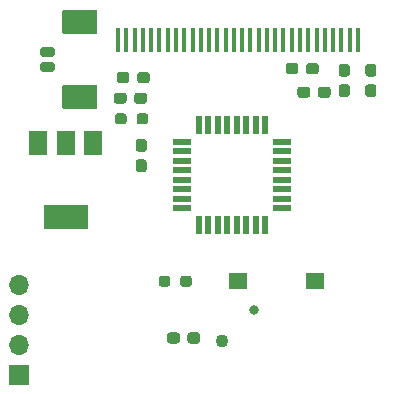
<source format=gbs>
G04 #@! TF.GenerationSoftware,KiCad,Pcbnew,5.1.10-88a1d61d58~90~ubuntu20.04.1*
G04 #@! TF.CreationDate,2021-11-23T17:14:05+00:00*
G04 #@! TF.ProjectId,sketch_v2,736b6574-6368-45f7-9632-2e6b69636164,rev?*
G04 #@! TF.SameCoordinates,Original*
G04 #@! TF.FileFunction,Soldermask,Bot*
G04 #@! TF.FilePolarity,Negative*
%FSLAX46Y46*%
G04 Gerber Fmt 4.6, Leading zero omitted, Abs format (unit mm)*
G04 Created by KiCad (PCBNEW 5.1.10-88a1d61d58~90~ubuntu20.04.1) date 2021-11-23 17:14:05*
%MOMM*%
%LPD*%
G01*
G04 APERTURE LIST*
%ADD10R,0.350000X2.000000*%
%ADD11O,1.700000X1.700000*%
%ADD12R,1.700000X1.700000*%
%ADD13R,1.600000X0.550000*%
%ADD14R,0.550000X1.600000*%
%ADD15R,1.500000X1.400000*%
%ADD16R,1.500000X2.000000*%
%ADD17R,3.800000X2.000000*%
%ADD18C,1.100000*%
%ADD19C,0.800000*%
G04 APERTURE END LIST*
G36*
G01*
X97349999Y-72850000D02*
X99850001Y-72850000D01*
G75*
G02*
X100100000Y-73099999I0J-249999D01*
G01*
X100100000Y-74700001D01*
G75*
G02*
X99850001Y-74950000I-249999J0D01*
G01*
X97349999Y-74950000D01*
G75*
G02*
X97100000Y-74700001I0J249999D01*
G01*
X97100000Y-73099999D01*
G75*
G02*
X97349999Y-72850000I249999J0D01*
G01*
G37*
G36*
G01*
X97349999Y-66500000D02*
X99850001Y-66500000D01*
G75*
G02*
X100100000Y-66749999I0J-249999D01*
G01*
X100100000Y-68350001D01*
G75*
G02*
X99850001Y-68600000I-249999J0D01*
G01*
X97349999Y-68600000D01*
G75*
G02*
X97100000Y-68350001I0J249999D01*
G01*
X97100000Y-66749999D01*
G75*
G02*
X97349999Y-66500000I249999J0D01*
G01*
G37*
G36*
G01*
X95400000Y-70950000D02*
X96300000Y-70950000D01*
G75*
G02*
X96500000Y-71150000I0J-200000D01*
G01*
X96500000Y-71550000D01*
G75*
G02*
X96300000Y-71750000I-200000J0D01*
G01*
X95400000Y-71750000D01*
G75*
G02*
X95200000Y-71550000I0J200000D01*
G01*
X95200000Y-71150000D01*
G75*
G02*
X95400000Y-70950000I200000J0D01*
G01*
G37*
G36*
G01*
X95400000Y-69700000D02*
X96300000Y-69700000D01*
G75*
G02*
X96500000Y-69900000I0J-200000D01*
G01*
X96500000Y-70300000D01*
G75*
G02*
X96300000Y-70500000I-200000J0D01*
G01*
X95400000Y-70500000D01*
G75*
G02*
X95200000Y-70300000I0J200000D01*
G01*
X95200000Y-69900000D01*
G75*
G02*
X95400000Y-69700000I200000J0D01*
G01*
G37*
G36*
G01*
X102575000Y-75512500D02*
X102575000Y-75987500D01*
G75*
G02*
X102337500Y-76225000I-237500J0D01*
G01*
X101837500Y-76225000D01*
G75*
G02*
X101600000Y-75987500I0J237500D01*
G01*
X101600000Y-75512500D01*
G75*
G02*
X101837500Y-75275000I237500J0D01*
G01*
X102337500Y-75275000D01*
G75*
G02*
X102575000Y-75512500I0J-237500D01*
G01*
G37*
G36*
G01*
X104400000Y-75512500D02*
X104400000Y-75987500D01*
G75*
G02*
X104162500Y-76225000I-237500J0D01*
G01*
X103662500Y-76225000D01*
G75*
G02*
X103425000Y-75987500I0J237500D01*
G01*
X103425000Y-75512500D01*
G75*
G02*
X103662500Y-75275000I237500J0D01*
G01*
X104162500Y-75275000D01*
G75*
G02*
X104400000Y-75512500I0J-237500D01*
G01*
G37*
D10*
X101850000Y-69100000D03*
X102550000Y-69100000D03*
X103250000Y-69100000D03*
X103950000Y-69100000D03*
X104650000Y-69100000D03*
X105350000Y-69100000D03*
X106050000Y-69100000D03*
X106750000Y-69100000D03*
X107450000Y-69100000D03*
X108150000Y-69100000D03*
X108850000Y-69100000D03*
X109550000Y-69100000D03*
X110250000Y-69100000D03*
X110950000Y-69100000D03*
X111650000Y-69100000D03*
X112350000Y-69100000D03*
X113050000Y-69100000D03*
X113750000Y-69100000D03*
X114450000Y-69100000D03*
X115150000Y-69100000D03*
X115850000Y-69100000D03*
X116550000Y-69100000D03*
X117250000Y-69100000D03*
X117950000Y-69100000D03*
X118650000Y-69100000D03*
X119350000Y-69100000D03*
X120050000Y-69100000D03*
X120750000Y-69100000D03*
X121450000Y-69100000D03*
X122150000Y-69100000D03*
D11*
X93500000Y-89780000D03*
X93500000Y-92320000D03*
X93500000Y-94860000D03*
D12*
X93500000Y-97400000D03*
G36*
G01*
X121237500Y-72175000D02*
X120762500Y-72175000D01*
G75*
G02*
X120525000Y-71937500I0J237500D01*
G01*
X120525000Y-71337500D01*
G75*
G02*
X120762500Y-71100000I237500J0D01*
G01*
X121237500Y-71100000D01*
G75*
G02*
X121475000Y-71337500I0J-237500D01*
G01*
X121475000Y-71937500D01*
G75*
G02*
X121237500Y-72175000I-237500J0D01*
G01*
G37*
G36*
G01*
X121237500Y-73900000D02*
X120762500Y-73900000D01*
G75*
G02*
X120525000Y-73662500I0J237500D01*
G01*
X120525000Y-73062500D01*
G75*
G02*
X120762500Y-72825000I237500J0D01*
G01*
X121237500Y-72825000D01*
G75*
G02*
X121475000Y-73062500I0J-237500D01*
G01*
X121475000Y-73662500D01*
G75*
G02*
X121237500Y-73900000I-237500J0D01*
G01*
G37*
G36*
G01*
X123012500Y-72825000D02*
X123487500Y-72825000D01*
G75*
G02*
X123725000Y-73062500I0J-237500D01*
G01*
X123725000Y-73662500D01*
G75*
G02*
X123487500Y-73900000I-237500J0D01*
G01*
X123012500Y-73900000D01*
G75*
G02*
X122775000Y-73662500I0J237500D01*
G01*
X122775000Y-73062500D01*
G75*
G02*
X123012500Y-72825000I237500J0D01*
G01*
G37*
G36*
G01*
X123012500Y-71100000D02*
X123487500Y-71100000D01*
G75*
G02*
X123725000Y-71337500I0J-237500D01*
G01*
X123725000Y-71937500D01*
G75*
G02*
X123487500Y-72175000I-237500J0D01*
G01*
X123012500Y-72175000D01*
G75*
G02*
X122775000Y-71937500I0J237500D01*
G01*
X122775000Y-71337500D01*
G75*
G02*
X123012500Y-71100000I237500J0D01*
G01*
G37*
G36*
G01*
X102812500Y-72012500D02*
X102812500Y-72487500D01*
G75*
G02*
X102575000Y-72725000I-237500J0D01*
G01*
X101975000Y-72725000D01*
G75*
G02*
X101737500Y-72487500I0J237500D01*
G01*
X101737500Y-72012500D01*
G75*
G02*
X101975000Y-71775000I237500J0D01*
G01*
X102575000Y-71775000D01*
G75*
G02*
X102812500Y-72012500I0J-237500D01*
G01*
G37*
G36*
G01*
X104537500Y-72012500D02*
X104537500Y-72487500D01*
G75*
G02*
X104300000Y-72725000I-237500J0D01*
G01*
X103700000Y-72725000D01*
G75*
G02*
X103462500Y-72487500I0J237500D01*
G01*
X103462500Y-72012500D01*
G75*
G02*
X103700000Y-71775000I237500J0D01*
G01*
X104300000Y-71775000D01*
G75*
G02*
X104537500Y-72012500I0J-237500D01*
G01*
G37*
G36*
G01*
X102562500Y-73762500D02*
X102562500Y-74237500D01*
G75*
G02*
X102325000Y-74475000I-237500J0D01*
G01*
X101725000Y-74475000D01*
G75*
G02*
X101487500Y-74237500I0J237500D01*
G01*
X101487500Y-73762500D01*
G75*
G02*
X101725000Y-73525000I237500J0D01*
G01*
X102325000Y-73525000D01*
G75*
G02*
X102562500Y-73762500I0J-237500D01*
G01*
G37*
G36*
G01*
X104287500Y-73762500D02*
X104287500Y-74237500D01*
G75*
G02*
X104050000Y-74475000I-237500J0D01*
G01*
X103450000Y-74475000D01*
G75*
G02*
X103212500Y-74237500I0J237500D01*
G01*
X103212500Y-73762500D01*
G75*
G02*
X103450000Y-73525000I237500J0D01*
G01*
X104050000Y-73525000D01*
G75*
G02*
X104287500Y-73762500I0J-237500D01*
G01*
G37*
G36*
G01*
X117762500Y-71737500D02*
X117762500Y-71262500D01*
G75*
G02*
X118000000Y-71025000I237500J0D01*
G01*
X118600000Y-71025000D01*
G75*
G02*
X118837500Y-71262500I0J-237500D01*
G01*
X118837500Y-71737500D01*
G75*
G02*
X118600000Y-71975000I-237500J0D01*
G01*
X118000000Y-71975000D01*
G75*
G02*
X117762500Y-71737500I0J237500D01*
G01*
G37*
G36*
G01*
X116037500Y-71737500D02*
X116037500Y-71262500D01*
G75*
G02*
X116275000Y-71025000I237500J0D01*
G01*
X116875000Y-71025000D01*
G75*
G02*
X117112500Y-71262500I0J-237500D01*
G01*
X117112500Y-71737500D01*
G75*
G02*
X116875000Y-71975000I-237500J0D01*
G01*
X116275000Y-71975000D01*
G75*
G02*
X116037500Y-71737500I0J237500D01*
G01*
G37*
G36*
G01*
X118112500Y-73262500D02*
X118112500Y-73737500D01*
G75*
G02*
X117875000Y-73975000I-237500J0D01*
G01*
X117275000Y-73975000D01*
G75*
G02*
X117037500Y-73737500I0J237500D01*
G01*
X117037500Y-73262500D01*
G75*
G02*
X117275000Y-73025000I237500J0D01*
G01*
X117875000Y-73025000D01*
G75*
G02*
X118112500Y-73262500I0J-237500D01*
G01*
G37*
G36*
G01*
X119837500Y-73262500D02*
X119837500Y-73737500D01*
G75*
G02*
X119600000Y-73975000I-237500J0D01*
G01*
X119000000Y-73975000D01*
G75*
G02*
X118762500Y-73737500I0J237500D01*
G01*
X118762500Y-73262500D01*
G75*
G02*
X119000000Y-73025000I237500J0D01*
G01*
X119600000Y-73025000D01*
G75*
G02*
X119837500Y-73262500I0J-237500D01*
G01*
G37*
G36*
G01*
X107112500Y-89737500D02*
X107112500Y-89262500D01*
G75*
G02*
X107350000Y-89025000I237500J0D01*
G01*
X107850000Y-89025000D01*
G75*
G02*
X108087500Y-89262500I0J-237500D01*
G01*
X108087500Y-89737500D01*
G75*
G02*
X107850000Y-89975000I-237500J0D01*
G01*
X107350000Y-89975000D01*
G75*
G02*
X107112500Y-89737500I0J237500D01*
G01*
G37*
G36*
G01*
X105287500Y-89737500D02*
X105287500Y-89262500D01*
G75*
G02*
X105525000Y-89025000I237500J0D01*
G01*
X106025000Y-89025000D01*
G75*
G02*
X106262500Y-89262500I0J-237500D01*
G01*
X106262500Y-89737500D01*
G75*
G02*
X106025000Y-89975000I-237500J0D01*
G01*
X105525000Y-89975000D01*
G75*
G02*
X105287500Y-89737500I0J237500D01*
G01*
G37*
G36*
G01*
X107725000Y-94537500D02*
X107725000Y-94062500D01*
G75*
G02*
X107962500Y-93825000I237500J0D01*
G01*
X108562500Y-93825000D01*
G75*
G02*
X108800000Y-94062500I0J-237500D01*
G01*
X108800000Y-94537500D01*
G75*
G02*
X108562500Y-94775000I-237500J0D01*
G01*
X107962500Y-94775000D01*
G75*
G02*
X107725000Y-94537500I0J237500D01*
G01*
G37*
G36*
G01*
X106000000Y-94537500D02*
X106000000Y-94062500D01*
G75*
G02*
X106237500Y-93825000I237500J0D01*
G01*
X106837500Y-93825000D01*
G75*
G02*
X107075000Y-94062500I0J-237500D01*
G01*
X107075000Y-94537500D01*
G75*
G02*
X106837500Y-94775000I-237500J0D01*
G01*
X106237500Y-94775000D01*
G75*
G02*
X106000000Y-94537500I0J237500D01*
G01*
G37*
G36*
G01*
X104037500Y-78537500D02*
X103562500Y-78537500D01*
G75*
G02*
X103325000Y-78300000I0J237500D01*
G01*
X103325000Y-77700000D01*
G75*
G02*
X103562500Y-77462500I237500J0D01*
G01*
X104037500Y-77462500D01*
G75*
G02*
X104275000Y-77700000I0J-237500D01*
G01*
X104275000Y-78300000D01*
G75*
G02*
X104037500Y-78537500I-237500J0D01*
G01*
G37*
G36*
G01*
X104037500Y-80262500D02*
X103562500Y-80262500D01*
G75*
G02*
X103325000Y-80025000I0J237500D01*
G01*
X103325000Y-79425000D01*
G75*
G02*
X103562500Y-79187500I237500J0D01*
G01*
X104037500Y-79187500D01*
G75*
G02*
X104275000Y-79425000I0J-237500D01*
G01*
X104275000Y-80025000D01*
G75*
G02*
X104037500Y-80262500I-237500J0D01*
G01*
G37*
D13*
X107250000Y-77700000D03*
X107250000Y-78500000D03*
X107250000Y-79300000D03*
X107250000Y-80100000D03*
X107250000Y-80900000D03*
X107250000Y-81700000D03*
X107250000Y-82500000D03*
X107250000Y-83300000D03*
D14*
X108700000Y-84750000D03*
X109500000Y-84750000D03*
X110300000Y-84750000D03*
X111100000Y-84750000D03*
X111900000Y-84750000D03*
X112700000Y-84750000D03*
X113500000Y-84750000D03*
X114300000Y-84750000D03*
D13*
X115750000Y-83300000D03*
X115750000Y-82500000D03*
X115750000Y-81700000D03*
X115750000Y-80900000D03*
X115750000Y-80100000D03*
X115750000Y-79300000D03*
X115750000Y-78500000D03*
X115750000Y-77700000D03*
D14*
X114300000Y-76250000D03*
X113500000Y-76250000D03*
X112700000Y-76250000D03*
X111900000Y-76250000D03*
X111100000Y-76250000D03*
X110300000Y-76250000D03*
X109500000Y-76250000D03*
X108700000Y-76250000D03*
D15*
X112000000Y-89500000D03*
X118500000Y-89500000D03*
D16*
X95100000Y-77800000D03*
X99700000Y-77800000D03*
X97400000Y-77800000D03*
D17*
X97400000Y-84100000D03*
D18*
X110656497Y-94593503D03*
D19*
X113343503Y-91906497D03*
M02*

</source>
